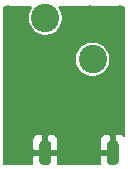
<source format=gbl>
G04 #@! TF.GenerationSoftware,KiCad,Pcbnew,5.1.10*
G04 #@! TF.CreationDate,2022-05-05T11:10:00+02:00*
G04 #@! TF.ProjectId,filter01,66696c74-6572-4303-912e-6b696361645f,rev?*
G04 #@! TF.SameCoordinates,Original*
G04 #@! TF.FileFunction,Copper,L2,Bot*
G04 #@! TF.FilePolarity,Positive*
%FSLAX46Y46*%
G04 Gerber Fmt 4.6, Leading zero omitted, Abs format (unit mm)*
G04 Created by KiCad (PCBNEW 5.1.10) date 2022-05-05 11:10:00*
%MOMM*%
%LPD*%
G01*
G04 APERTURE LIST*
G04 #@! TA.AperFunction,ComponentPad*
%ADD10C,2.400000*%
G04 #@! TD*
G04 #@! TA.AperFunction,ViaPad*
%ADD11C,0.800000*%
G04 #@! TD*
G04 #@! TA.AperFunction,Conductor*
%ADD12C,0.200000*%
G04 #@! TD*
G04 #@! TA.AperFunction,Conductor*
%ADD13C,0.100000*%
G04 #@! TD*
G04 APERTURE END LIST*
G04 #@! TO.P,J6,1*
G04 #@! TO.N,GND*
G04 #@! TA.AperFunction,SMDPad,CuDef*
G36*
G01*
X201795000Y-71640000D02*
X201795000Y-73140000D01*
G75*
G02*
X201545000Y-73390000I-250000J0D01*
G01*
X201045000Y-73390000D01*
G75*
G02*
X200795000Y-73140000I0J250000D01*
G01*
X200795000Y-71640000D01*
G75*
G02*
X201045000Y-71390000I250000J0D01*
G01*
X201545000Y-71390000D01*
G75*
G02*
X201795000Y-71640000I0J-250000D01*
G01*
G37*
G04 #@! TD.AperFunction*
G04 #@! TD*
G04 #@! TO.P,J1,1*
G04 #@! TO.N,GND*
G04 #@! TA.AperFunction,SMDPad,CuDef*
G36*
G01*
X196080000Y-71640000D02*
X196080000Y-73140000D01*
G75*
G02*
X195830000Y-73390000I-250000J0D01*
G01*
X195330000Y-73390000D01*
G75*
G02*
X195080000Y-73140000I0J250000D01*
G01*
X195080000Y-71640000D01*
G75*
G02*
X195330000Y-71390000I250000J0D01*
G01*
X195830000Y-71390000D01*
G75*
G02*
X196080000Y-71640000I0J-250000D01*
G01*
G37*
G04 #@! TD.AperFunction*
G04 #@! TD*
D10*
G04 #@! TO.P,J4,1*
G04 #@! TO.N,Net-(C1-Pad2)*
X199580000Y-64460000D03*
G04 #@! TD*
G04 #@! TO.P,J3,1*
G04 #@! TO.N,Net-(J3-Pad1)*
X195580000Y-60960000D03*
G04 #@! TD*
D11*
G04 #@! TO.N,GND*
X201930000Y-60325000D03*
X192405000Y-60325000D03*
X192405000Y-62230000D03*
X192405000Y-64135000D03*
X192405000Y-66675000D03*
X201930000Y-62865000D03*
X201930000Y-65405000D03*
X199390000Y-60325000D03*
X201930000Y-69850000D03*
G04 #@! TD*
D12*
G04 #@! TO.N,GND*
X194250717Y-60249483D02*
X194137644Y-60522466D01*
X194080000Y-60812263D01*
X194080000Y-61107737D01*
X194137644Y-61397534D01*
X194250717Y-61670517D01*
X194414874Y-61916194D01*
X194623806Y-62125126D01*
X194869483Y-62289283D01*
X195142466Y-62402356D01*
X195432263Y-62460000D01*
X195727737Y-62460000D01*
X196017534Y-62402356D01*
X196290517Y-62289283D01*
X196536194Y-62125126D01*
X196745126Y-61916194D01*
X196909283Y-61670517D01*
X197022356Y-61397534D01*
X197080000Y-61107737D01*
X197080000Y-60812263D01*
X197022356Y-60522466D01*
X196909283Y-60249483D01*
X196769310Y-60040000D01*
X202215000Y-60040000D01*
X202215001Y-70948151D01*
X202134421Y-70882020D01*
X202028797Y-70825563D01*
X201914189Y-70790797D01*
X201795000Y-70779058D01*
X201601000Y-70782000D01*
X201449000Y-70934000D01*
X201449000Y-72236000D01*
X201469000Y-72236000D01*
X201469000Y-72544000D01*
X201449000Y-72544000D01*
X201449000Y-72564000D01*
X201141000Y-72564000D01*
X201141000Y-72544000D01*
X200339000Y-72544000D01*
X200187000Y-72696000D01*
X200184397Y-73310000D01*
X196690603Y-73310000D01*
X196688000Y-72696000D01*
X196536000Y-72544000D01*
X195734000Y-72544000D01*
X195734000Y-72564000D01*
X195426000Y-72564000D01*
X195426000Y-72544000D01*
X194624000Y-72544000D01*
X194472000Y-72696000D01*
X194469397Y-73310000D01*
X192120000Y-73310000D01*
X192120000Y-71390000D01*
X194469058Y-71390000D01*
X194472000Y-72084000D01*
X194624000Y-72236000D01*
X195426000Y-72236000D01*
X195426000Y-70934000D01*
X195734000Y-70934000D01*
X195734000Y-72236000D01*
X196536000Y-72236000D01*
X196688000Y-72084000D01*
X196690942Y-71390000D01*
X200184058Y-71390000D01*
X200187000Y-72084000D01*
X200339000Y-72236000D01*
X201141000Y-72236000D01*
X201141000Y-70934000D01*
X200989000Y-70782000D01*
X200795000Y-70779058D01*
X200675811Y-70790797D01*
X200561203Y-70825563D01*
X200455579Y-70882020D01*
X200362999Y-70957999D01*
X200287020Y-71050579D01*
X200230563Y-71156203D01*
X200195797Y-71270811D01*
X200184058Y-71390000D01*
X196690942Y-71390000D01*
X196679203Y-71270811D01*
X196644437Y-71156203D01*
X196587980Y-71050579D01*
X196512001Y-70957999D01*
X196419421Y-70882020D01*
X196313797Y-70825563D01*
X196199189Y-70790797D01*
X196080000Y-70779058D01*
X195886000Y-70782000D01*
X195734000Y-70934000D01*
X195426000Y-70934000D01*
X195274000Y-70782000D01*
X195080000Y-70779058D01*
X194960811Y-70790797D01*
X194846203Y-70825563D01*
X194740579Y-70882020D01*
X194647999Y-70957999D01*
X194572020Y-71050579D01*
X194515563Y-71156203D01*
X194480797Y-71270811D01*
X194469058Y-71390000D01*
X192120000Y-71390000D01*
X192120000Y-64312263D01*
X198080000Y-64312263D01*
X198080000Y-64607737D01*
X198137644Y-64897534D01*
X198250717Y-65170517D01*
X198414874Y-65416194D01*
X198623806Y-65625126D01*
X198869483Y-65789283D01*
X199142466Y-65902356D01*
X199432263Y-65960000D01*
X199727737Y-65960000D01*
X200017534Y-65902356D01*
X200290517Y-65789283D01*
X200536194Y-65625126D01*
X200745126Y-65416194D01*
X200909283Y-65170517D01*
X201022356Y-64897534D01*
X201080000Y-64607737D01*
X201080000Y-64312263D01*
X201022356Y-64022466D01*
X200909283Y-63749483D01*
X200745126Y-63503806D01*
X200536194Y-63294874D01*
X200290517Y-63130717D01*
X200017534Y-63017644D01*
X199727737Y-62960000D01*
X199432263Y-62960000D01*
X199142466Y-63017644D01*
X198869483Y-63130717D01*
X198623806Y-63294874D01*
X198414874Y-63503806D01*
X198250717Y-63749483D01*
X198137644Y-64022466D01*
X198080000Y-64312263D01*
X192120000Y-64312263D01*
X192120000Y-60040000D01*
X194390690Y-60040000D01*
X194250717Y-60249483D01*
G04 #@! TA.AperFunction,Conductor*
D13*
G36*
X194250717Y-60249483D02*
G01*
X194137644Y-60522466D01*
X194080000Y-60812263D01*
X194080000Y-61107737D01*
X194137644Y-61397534D01*
X194250717Y-61670517D01*
X194414874Y-61916194D01*
X194623806Y-62125126D01*
X194869483Y-62289283D01*
X195142466Y-62402356D01*
X195432263Y-62460000D01*
X195727737Y-62460000D01*
X196017534Y-62402356D01*
X196290517Y-62289283D01*
X196536194Y-62125126D01*
X196745126Y-61916194D01*
X196909283Y-61670517D01*
X197022356Y-61397534D01*
X197080000Y-61107737D01*
X197080000Y-60812263D01*
X197022356Y-60522466D01*
X196909283Y-60249483D01*
X196769310Y-60040000D01*
X202215000Y-60040000D01*
X202215001Y-70948151D01*
X202134421Y-70882020D01*
X202028797Y-70825563D01*
X201914189Y-70790797D01*
X201795000Y-70779058D01*
X201601000Y-70782000D01*
X201449000Y-70934000D01*
X201449000Y-72236000D01*
X201469000Y-72236000D01*
X201469000Y-72544000D01*
X201449000Y-72544000D01*
X201449000Y-72564000D01*
X201141000Y-72564000D01*
X201141000Y-72544000D01*
X200339000Y-72544000D01*
X200187000Y-72696000D01*
X200184397Y-73310000D01*
X196690603Y-73310000D01*
X196688000Y-72696000D01*
X196536000Y-72544000D01*
X195734000Y-72544000D01*
X195734000Y-72564000D01*
X195426000Y-72564000D01*
X195426000Y-72544000D01*
X194624000Y-72544000D01*
X194472000Y-72696000D01*
X194469397Y-73310000D01*
X192120000Y-73310000D01*
X192120000Y-71390000D01*
X194469058Y-71390000D01*
X194472000Y-72084000D01*
X194624000Y-72236000D01*
X195426000Y-72236000D01*
X195426000Y-70934000D01*
X195734000Y-70934000D01*
X195734000Y-72236000D01*
X196536000Y-72236000D01*
X196688000Y-72084000D01*
X196690942Y-71390000D01*
X200184058Y-71390000D01*
X200187000Y-72084000D01*
X200339000Y-72236000D01*
X201141000Y-72236000D01*
X201141000Y-70934000D01*
X200989000Y-70782000D01*
X200795000Y-70779058D01*
X200675811Y-70790797D01*
X200561203Y-70825563D01*
X200455579Y-70882020D01*
X200362999Y-70957999D01*
X200287020Y-71050579D01*
X200230563Y-71156203D01*
X200195797Y-71270811D01*
X200184058Y-71390000D01*
X196690942Y-71390000D01*
X196679203Y-71270811D01*
X196644437Y-71156203D01*
X196587980Y-71050579D01*
X196512001Y-70957999D01*
X196419421Y-70882020D01*
X196313797Y-70825563D01*
X196199189Y-70790797D01*
X196080000Y-70779058D01*
X195886000Y-70782000D01*
X195734000Y-70934000D01*
X195426000Y-70934000D01*
X195274000Y-70782000D01*
X195080000Y-70779058D01*
X194960811Y-70790797D01*
X194846203Y-70825563D01*
X194740579Y-70882020D01*
X194647999Y-70957999D01*
X194572020Y-71050579D01*
X194515563Y-71156203D01*
X194480797Y-71270811D01*
X194469058Y-71390000D01*
X192120000Y-71390000D01*
X192120000Y-64312263D01*
X198080000Y-64312263D01*
X198080000Y-64607737D01*
X198137644Y-64897534D01*
X198250717Y-65170517D01*
X198414874Y-65416194D01*
X198623806Y-65625126D01*
X198869483Y-65789283D01*
X199142466Y-65902356D01*
X199432263Y-65960000D01*
X199727737Y-65960000D01*
X200017534Y-65902356D01*
X200290517Y-65789283D01*
X200536194Y-65625126D01*
X200745126Y-65416194D01*
X200909283Y-65170517D01*
X201022356Y-64897534D01*
X201080000Y-64607737D01*
X201080000Y-64312263D01*
X201022356Y-64022466D01*
X200909283Y-63749483D01*
X200745126Y-63503806D01*
X200536194Y-63294874D01*
X200290517Y-63130717D01*
X200017534Y-63017644D01*
X199727737Y-62960000D01*
X199432263Y-62960000D01*
X199142466Y-63017644D01*
X198869483Y-63130717D01*
X198623806Y-63294874D01*
X198414874Y-63503806D01*
X198250717Y-63749483D01*
X198137644Y-64022466D01*
X198080000Y-64312263D01*
X192120000Y-64312263D01*
X192120000Y-60040000D01*
X194390690Y-60040000D01*
X194250717Y-60249483D01*
G37*
G04 #@! TD.AperFunction*
G04 #@! TD*
M02*

</source>
